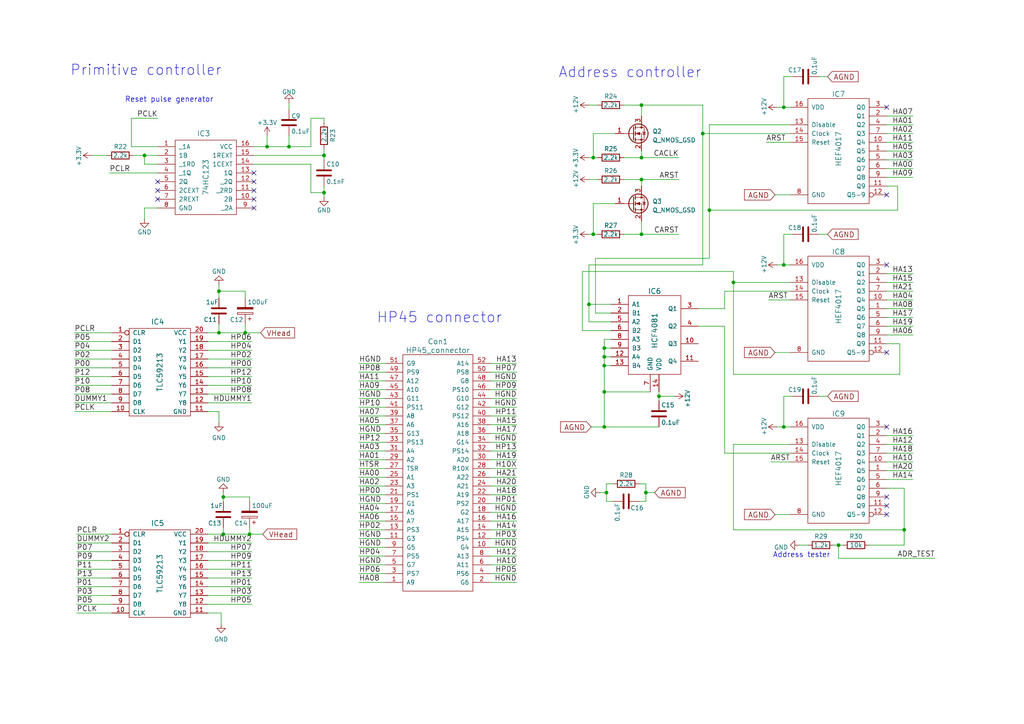
<source format=kicad_sch>
(kicad_sch (version 20230121) (generator eeschema)
  (paper "A4")
  (title_block (date "2023-05-11"))
  (lib_symbols
    (symbol "Device:C" (pin_numbers hide) (pin_names (offset 0.254))
      (property "Reference" "C" (at 0.635 2.54 0))
      (property "Value" "C" (at 0.635 -2.54 0))
      (symbol "C_0_1"
        (polyline (pts (xy -2.032 -0.762) (xy 2.032 -0.762)) (stroke (width 0.508)))
        (polyline (pts (xy -2.032 0.762) (xy 2.032 0.762)) (stroke (width 0.508)))
      )
      (symbol "C_1_1"
        (pin passive line (at 0 3.81 270) (length 2.794) (name "~") (number "1"))
        (pin passive line (at 0 -3.81 90) (length 2.794) (name "~") (number "2"))
      )
    )
    (symbol "Device:C_Polarized" (pin_numbers hide) (pin_names (offset 0.254))
      (property "Reference" "C" (at 0.635 2.54 0))
      (property "Value" "C_Polarized" (at 0.635 -2.54 0))
      (symbol "C_Polarized_0_1"
        (rectangle (start -2.286 0.508) (end 2.286 1.016))
        (polyline (pts (xy -1.778 2.286) (xy -0.762 2.286)))
        (polyline (pts (xy -1.27 2.794) (xy -1.27 1.778)))
        (rectangle (start 2.286 -0.508) (end -2.286 -1.016) (fill (type outline)))
      )
      (symbol "C_Polarized_1_1"
        (pin passive line (at 0 3.81 270) (length 2.794) (name "~") (number "1"))
        (pin passive line (at 0 -3.81 90) (length 2.794) (name "~") (number "2"))
      )
    )
    (symbol "Device:Q_NMOS_GSD" (pin_names (offset 0) hide)
      (property "Reference" "Q" (at 5.08 1.27 0))
      (property "Value" "Q_NMOS_GSD" (at 5.08 -1.27 0))
      (symbol "Q_NMOS_GSD_0_1"
        (polyline (pts (xy 0.254 0) (xy -2.54 0)))
        (polyline (pts (xy 0.254 1.905) (xy 0.254 -1.905)) (stroke (width 0.254)))
        (polyline (pts (xy 0.762 -1.27) (xy 0.762 -2.286)) (stroke (width 0.254)))
        (polyline (pts (xy 0.762 0.508) (xy 0.762 -0.508)) (stroke (width 0.254)))
        (polyline (pts (xy 0.762 2.286) (xy 0.762 1.27)) (stroke (width 0.254)))
        (polyline (pts (xy 2.54 2.54) (xy 2.54 1.778)))
        (polyline (pts (xy 2.54 -2.54) (xy 2.54 0) (xy 0.762 0)))
        (polyline (pts (xy 0.762 -1.778) (xy 3.302 -1.778) (xy 3.302 1.778) (xy 0.762 1.778)))
        (polyline (pts (xy 1.016 0) (xy 2.032 0.381) (xy 2.032 -0.381) (xy 1.016 0)) (fill (type outline)))
        (polyline (pts (xy 2.794 0.508) (xy 2.921 0.381) (xy 3.683 0.381) (xy 3.81 0.254)))
        (polyline (pts (xy 3.302 0.381) (xy 2.921 -0.254) (xy 3.683 -0.254) (xy 3.302 0.381)))
        (circle (center 1.651 0) (radius 2.794) (stroke (width 0.254)))
        (circle (center 2.54 -1.778) (radius 0.254) (fill (type outline)))
        (circle (center 2.54 1.778) (radius 0.254) (fill (type outline)))
      )
      (symbol "Q_NMOS_GSD_1_1"
        (pin input line (at -5.08 0 0) (length 2.54) (name "G") (number "1"))
        (pin passive line (at 2.54 -5.08 90) (length 2.54) (name "S") (number "2"))
        (pin passive line (at 2.54 5.08 270) (length 2.54) (name "D") (number "3"))
      )
    )
    (symbol "Device:R" (pin_numbers hide) (pin_names (offset 0))
      (property "Reference" "R" (at 2.032 0 90))
      (property "Value" "R" (at 0 0 90))
      (symbol "R_0_1"
        (rectangle (start -1.016 -2.54) (end 1.016 2.54) (stroke (width 0.254)))
      )
      (symbol "R_1_1"
        (pin passive line (at 0 3.81 270) (length 1.27) (name "~") (number "1"))
        (pin passive line (at 0 -3.81 90) (length 1.27) (name "~") (number "2"))
      )
    )
    (symbol "HP45 controller parts:74HC123" (pin_names (offset 1.016))
      (property "Reference" "IC" (at 0 12.065 0))
      (property "Value" "74HC123" (at 0 -0.635 90))
      (symbol "74HC123_0_1"
        (rectangle (start -8.89 10.795) (end 8.89 -10.795))
      )
      (symbol "74HC123_1_1"
        (pin input line (at -13.97 8.89 0) (length 5.08) (name "_1A") (number "1"))
        (pin input line (at 13.97 -6.35 180) (length 5.08) (name "2B") (number "10"))
        (pin input line (at 13.97 -3.81 180) (length 5.08) (name "_2RD") (number "11"))
        (pin input line (at 13.97 -1.27 180) (length 5.08) (name "_2Q") (number "12"))
        (pin input line (at 13.97 1.27 180) (length 5.08) (name "1Q") (number "13"))
        (pin input line (at 13.97 3.81 180) (length 5.08) (name "1CEXT") (number "14"))
        (pin input line (at 13.97 6.35 180) (length 5.08) (name "1REXT") (number "15"))
        (pin input line (at 13.97 8.89 180) (length 5.08) (name "VCC") (number "16"))
        (pin input line (at -13.97 6.35 0) (length 5.08) (name "1B") (number "2"))
        (pin input line (at -13.97 3.81 0) (length 5.08) (name "_1RD") (number "3"))
        (pin input line (at -13.97 1.27 0) (length 5.08) (name "_1Q") (number "4"))
        (pin input line (at -13.97 -1.27 0) (length 5.08) (name "2Q") (number "5"))
        (pin input line (at -13.97 -3.81 0) (length 5.08) (name "2CEXT") (number "6"))
        (pin input line (at -13.97 -6.35 0) (length 5.08) (name "2REXT") (number "7"))
        (pin input line (at -13.97 -8.89 0) (length 5.08) (name "GND") (number "8"))
        (pin input line (at 13.97 -8.89 180) (length 5.08) (name "_2A") (number "9"))
      )
    )
    (symbol "HP45 controller parts:HCF4081" (pin_names (offset 1.016))
      (property "Reference" "IC" (at 0 1.27 0))
      (property "Value" "HCF4081" (at 0 -8.89 90))
      (symbol "HCF4081_0_1"
        (rectangle (start -7.62 0) (end 7.62 -22.86))
      )
      (symbol "HCF4081_1_1"
        (pin input line (at -12.7 -2.54 0) (length 5.08) (name "A1") (number "1"))
        (pin input line (at 12.7 -13.97 180) (length 5.08) (name "Q3") (number "10"))
        (pin input line (at 12.7 -19.05 180) (length 5.08) (name "Q4") (number "11"))
        (pin input line (at -12.7 -17.78 0) (length 5.08) (name "A4") (number "12"))
        (pin input line (at -12.7 -20.32 0) (length 5.08) (name "B4") (number "13"))
        (pin input line (at 1.27 -27.94 90) (length 5.08) (name "VDD") (number "14"))
        (pin input line (at -12.7 -5.08 0) (length 5.08) (name "B1") (number "2"))
        (pin input line (at 12.7 -3.81 180) (length 5.08) (name "Q1") (number "3"))
        (pin input line (at 12.7 -8.89 180) (length 5.08) (name "Q2") (number "4"))
        (pin input line (at -12.7 -7.62 0) (length 5.08) (name "A2") (number "5"))
        (pin input line (at -12.7 -10.16 0) (length 5.08) (name "B2") (number "6"))
        (pin input line (at -1.27 -27.94 90) (length 5.08) (name "GND") (number "7"))
        (pin input line (at -12.7 -12.7 0) (length 5.08) (name "A3") (number "8"))
        (pin input line (at -12.7 -15.24 0) (length 5.08) (name "B3") (number "9"))
      )
    )
    (symbol "HP45 controller parts:HEF4017" (pin_names (offset 1.016))
      (property "Reference" "IC" (at 0 2.54 0))
      (property "Value" "HEF4017" (at 0 -16.51 90))
      (symbol "HEF4017_0_1"
        (rectangle (start -8.89 0) (end 8.89 -30.48))
      )
      (symbol "HEF4017_1_1"
        (pin input line (at 13.97 -15.24 180) (length 5.08) (name "Q5") (number "1"))
        (pin input line (at 13.97 -12.7 180) (length 5.08) (name "Q4") (number "10"))
        (pin input line (at 13.97 -25.4 180) (length 5.08) (name "Q9") (number "11"))
        (pin input inverted (at 13.97 -27.94 180) (length 5.08) (name "Q5-9") (number "12"))
        (pin input line (at -13.97 -7.62 0) (length 5.08) (name "Disable") (number "13"))
        (pin input line (at -13.97 -10.16 0) (length 5.08) (name "Clock") (number "14"))
        (pin input line (at -13.97 -12.7 0) (length 5.08) (name "Reset") (number "15"))
        (pin input line (at -13.97 -2.54 0) (length 5.08) (name "VDD") (number "16"))
        (pin input line (at 13.97 -5.08 180) (length 5.08) (name "Q1") (number "2"))
        (pin input line (at 13.97 -2.54 180) (length 5.08) (name "Q0") (number "3"))
        (pin input line (at 13.97 -7.62 180) (length 5.08) (name "Q2") (number "4"))
        (pin input line (at 13.97 -17.78 180) (length 5.08) (name "Q6") (number "5"))
        (pin input line (at 13.97 -20.32 180) (length 5.08) (name "Q7") (number "6"))
        (pin input line (at 13.97 -10.16 180) (length 5.08) (name "Q3") (number "7"))
        (pin input line (at -13.97 -27.94 0) (length 5.08) (name "GND") (number "8"))
        (pin input line (at 13.97 -22.86 180) (length 5.08) (name "Q8") (number "9"))
      )
    )
    (symbol "HP45 controller parts:HP45_connector" (pin_names (offset 1.016))
      (property "Reference" "Con" (at 8.89 2.54 0))
      (property "Value" "HP45_connector" (at -5.08 2.54 0))
      (symbol "HP45_connector_0_1"
        (rectangle (start -10.16 0) (end 10.16 -68.58))
      )
      (symbol "HP45_connector_1_1"
        (pin input line (at -15.24 -66.04 0) (length 5.08) (name "A9") (number "1"))
        (pin input line (at 15.24 -55.88 180) (length 5.08) (name "G4") (number "10"))
        (pin input line (at -15.24 -53.34 0) (length 5.08) (name "G3") (number "11"))
        (pin input line (at 15.24 -53.34 180) (length 5.08) (name "PS4") (number "12"))
        (pin input line (at -15.24 -50.8 0) (length 5.08) (name "PS3") (number "13"))
        (pin input line (at 15.24 -50.8 180) (length 5.08) (name "A15") (number "14"))
        (pin input line (at -15.24 -48.26 0) (length 5.08) (name "A7") (number "15"))
        (pin input line (at 15.24 -48.26 180) (length 5.08) (name "A17") (number "16"))
        (pin input line (at -15.24 -45.72 0) (length 5.08) (name "A5") (number "17"))
        (pin input line (at 15.24 -45.72 180) (length 5.08) (name "G2") (number "18"))
        (pin input line (at -15.24 -43.18 0) (length 5.08) (name "G1") (number "19"))
        (pin input line (at 15.24 -66.04 180) (length 5.08) (name "G6") (number "2"))
        (pin input line (at 15.24 -43.18 180) (length 5.08) (name "PS2") (number "20"))
        (pin input line (at -15.24 -40.64 0) (length 5.08) (name "PS1") (number "21"))
        (pin input line (at 15.24 -40.64 180) (length 5.08) (name "A19") (number "22"))
        (pin input line (at -15.24 -38.1 0) (length 5.08) (name "A3") (number "23"))
        (pin input line (at 15.24 -38.1 180) (length 5.08) (name "A21") (number "24"))
        (pin input line (at -15.24 -35.56 0) (length 5.08) (name "A1") (number "25"))
        (pin input line (at 15.24 -35.56 180) (length 5.08) (name "A22") (number "26"))
        (pin input line (at -15.24 -33.02 0) (length 5.08) (name "TSR") (number "27"))
        (pin input line (at 15.24 -33.02 180) (length 5.08) (name "R10X") (number "28"))
        (pin input line (at -15.24 -30.48 0) (length 5.08) (name "A2") (number "29"))
        (pin input line (at -15.24 -63.5 0) (length 5.08) (name "PS7") (number "3"))
        (pin input line (at 15.24 -30.48 180) (length 5.08) (name "A20") (number "30"))
        (pin input line (at -15.24 -27.94 0) (length 5.08) (name "A4") (number "31"))
        (pin input line (at 15.24 -27.94 180) (length 5.08) (name "PS14") (number "32"))
        (pin input line (at -15.24 -25.4 0) (length 5.08) (name "PS13") (number "33"))
        (pin input line (at 15.24 -25.4 180) (length 5.08) (name "G14") (number "34"))
        (pin input line (at -15.24 -22.86 0) (length 5.08) (name "G13") (number "35"))
        (pin input line (at 15.24 -22.86 180) (length 5.08) (name "A18") (number "36"))
        (pin input line (at -15.24 -20.32 0) (length 5.08) (name "A6") (number "37"))
        (pin input line (at 15.24 -20.32 180) (length 5.08) (name "A16") (number "38"))
        (pin input line (at -15.24 -17.78 0) (length 5.08) (name "A8") (number "39"))
        (pin input line (at 15.24 -63.5 180) (length 5.08) (name "PS6") (number "4"))
        (pin input line (at 15.24 -17.78 180) (length 5.08) (name "PS12") (number "40"))
        (pin input line (at -15.24 -15.24 0) (length 5.08) (name "PS11") (number "41"))
        (pin input line (at 15.24 -15.24 180) (length 5.08) (name "G12") (number "42"))
        (pin input line (at -15.24 -12.7 0) (length 5.08) (name "G11") (number "43"))
        (pin input line (at 15.24 -12.7 180) (length 5.08) (name "G10") (number "44"))
        (pin input line (at -15.24 -10.16 0) (length 5.08) (name "A10") (number "45"))
        (pin input line (at 15.24 -10.16 180) (length 5.08) (name "PS10") (number "46"))
        (pin input line (at -15.24 -7.62 0) (length 5.08) (name "A12") (number "47"))
        (pin input line (at 15.24 -7.62 180) (length 5.08) (name "G8") (number "48"))
        (pin input line (at -15.24 -5.08 0) (length 5.08) (name "PS9") (number "49"))
        (pin input line (at -15.24 -60.96 0) (length 5.08) (name "G7") (number "5"))
        (pin input line (at 15.24 -5.08 180) (length 5.08) (name "PS8") (number "50"))
        (pin input line (at -15.24 -2.54 0) (length 5.08) (name "G9") (number "51"))
        (pin input line (at 15.24 -2.54 180) (length 5.08) (name "A14") (number "52"))
        (pin input line (at 15.24 -60.96 180) (length 5.08) (name "A11") (number "6"))
        (pin input line (at -15.24 -58.42 0) (length 5.08) (name "PS5") (number "7"))
        (pin input line (at 15.24 -58.42 180) (length 5.08) (name "A13") (number "8"))
        (pin input line (at -15.24 -55.88 0) (length 5.08) (name "G5") (number "9"))
      )
    )
    (symbol "HP45 controller parts:TLC59213" (pin_names (offset 1.016))
      (property "Reference" "IC" (at 0 1.27 0))
      (property "Value" "TLC59213" (at 0 -12.7 90))
      (symbol "TLC59213_0_1"
        (rectangle (start -8.89 0) (end 8.89 -25.4))
      )
      (symbol "TLC59213_1_1"
        (pin input inverted (at -13.97 -1.27 0) (length 5.08) (name "CLR") (number "1"))
        (pin input line (at -13.97 -24.13 0) (length 5.08) (name "CLK") (number "10"))
        (pin input line (at 13.97 -24.13 180) (length 5.08) (name "GND") (number "11"))
        (pin input line (at 13.97 -21.59 180) (length 5.08) (name "Y8") (number "12"))
        (pin input line (at 13.97 -19.05 180) (length 5.08) (name "Y7") (number "13"))
        (pin input line (at 13.97 -16.51 180) (length 5.08) (name "Y6") (number "14"))
        (pin input line (at 13.97 -13.97 180) (length 5.08) (name "Y5") (number "15"))
        (pin input line (at 13.97 -11.43 180) (length 5.08) (name "Y4") (number "16"))
        (pin input line (at 13.97 -8.89 180) (length 5.08) (name "Y3") (number "17"))
        (pin input line (at 13.97 -6.35 180) (length 5.08) (name "Y2") (number "18"))
        (pin input line (at 13.97 -3.81 180) (length 5.08) (name "Y1") (number "19"))
        (pin input line (at -13.97 -3.81 0) (length 5.08) (name "D1") (number "2"))
        (pin input line (at 13.97 -1.27 180) (length 5.08) (name "VCC") (number "20"))
        (pin input line (at -13.97 -6.35 0) (length 5.08) (name "D2") (number "3"))
        (pin input line (at -13.97 -8.89 0) (length 5.08) (name "D3") (number "4"))
        (pin input line (at -13.97 -11.43 0) (length 5.08) (name "D4") (number "5"))
        (pin input line (at -13.97 -13.97 0) (length 5.08) (name "D5") (number "6"))
        (pin input line (at -13.97 -16.51 0) (length 5.08) (name "D6") (number "7"))
        (pin input line (at -13.97 -19.05 0) (length 5.08) (name "D7") (number "8"))
        (pin input line (at -13.97 -21.59 0) (length 5.08) (name "D8") (number "9"))
      )
    )
    (symbol "power:+12V" (power) (pin_names (offset 0))
      (property "Value" "+12V" (at 0 3.556 0))
      (symbol "+12V_0_1"
        (polyline (pts (xy -0.762 1.27) (xy 0 2.54)))
        (polyline (pts (xy 0 0) (xy 0 2.54)))
        (polyline (pts (xy 0 2.54) (xy 0.762 1.27)))
      )
      (symbol "+12V_1_1"
        (pin power_in line (at 0 0 90) (length 0) hide (name "+12V") (number "1"))
      )
    )
    (symbol "power:+3.3V" (power) (pin_names (offset 0))
      (property "Value" "+3.3V" (at 0 3.556 0))
      (symbol "+3.3V_0_1"
        (polyline (pts (xy -0.762 1.27) (xy 0 2.54)))
        (polyline (pts (xy 0 0) (xy 0 2.54)))
        (polyline (pts (xy 0 2.54) (xy 0.762 1.27)))
      )
      (symbol "+3.3V_1_1"
        (pin power_in line (at 0 0 90) (length 0) hide (name "+3.3V") (number "1"))
      )
    )
    (symbol "power:GND" (power) (pin_names (offset 0))
      (property "Value" "GND" (at 0 -3.81 0))
      (symbol "GND_0_1"
        (polyline (pts (xy 0 0) (xy 0 -1.27) (xy 1.27 -1.27) (xy 0 -2.54) (xy -1.27 -1.27) (xy 0 -1.27)))
      )
      (symbol "GND_1_1"
        (pin power_in line (at 0 0 270) (length 0) hide (name "GND") (number "1"))
      )
    )
  )
  (junction (at 63.5 84.455))
  (junction (at 186.055 52.07))
  (junction (at 227.33 123.825))
  (junction (at 227.33 76.835))
  (junction (at 191.135 114.935))
  (junction (at 203.835 38.735))
  (junction (at 262.255 153.67))
  (junction (at 172.085 45.72))
  (junction (at 243.205 158.115))
  (junction (at 172.085 67.945))
  (junction (at 205.74 60.96))
  (junction (at 77.47 42.545))
  (junction (at 186.055 30.48))
  (junction (at 175.26 100.965))
  (junction (at 63.5 96.52))
  (junction (at 64.77 144.145))
  (junction (at 175.26 123.825))
  (junction (at 227.33 31.115))
  (junction (at 212.725 81.915))
  (junction (at 64.77 154.94))
  (junction (at 170.815 88.265))
  (junction (at 175.26 103.505))
  (junction (at 186.055 45.72))
  (junction (at 71.12 96.52))
  (junction (at 175.895 142.875))
  (junction (at 93.98 55.88))
  (junction (at 93.98 45.085))
  (junction (at 83.82 42.545))
  (junction (at 41.91 45.085))
  (junction (at 186.055 67.945))
  (junction (at 72.39 154.94))
  (junction (at 175.26 113.665))
  (junction (at 175.26 106.045))
  (junction (at 187.325 142.875))
  (no_connect (at 257.175 76.835))
  (no_connect (at 45.72 55.245))
  (no_connect (at 45.72 52.705))
  (no_connect (at 257.175 102.235))
  (no_connect (at 73.66 57.785))
  (no_connect (at 257.175 149.225))
  (no_connect (at 257.175 144.145))
  (no_connect (at 257.175 31.115))
  (no_connect (at 257.175 56.515))
  (no_connect (at 257.175 146.685))
  (no_connect (at 257.175 123.825))
  (no_connect (at 73.66 55.245))
  (no_connect (at 73.66 52.705))
  (no_connect (at 73.66 50.165))
  (no_connect (at 73.66 60.325))
  (no_connect (at 45.72 57.785))
  (wire (pts (xy 104.14 133.35) (xy 111.76 133.35)))
  (wire (pts (xy 72.39 153.035) (xy 72.39 154.94)))
  (wire (pts (xy 271.145 161.925) (xy 243.205 161.925)))
  (wire (pts (xy 175.26 106.045) (xy 175.26 113.665)))
  (wire (pts (xy 72.39 144.145) (xy 64.77 144.145)))
  (wire (pts (xy 168.91 78.74) (xy 212.725 78.74)))
  (wire (pts (xy 175.26 100.965) (xy 177.165 100.965)))
  (wire (pts (xy 22.225 165.1) (xy 32.385 165.1)))
  (wire (pts (xy 142.24 118.11) (xy 149.86 118.11)))
  (wire (pts (xy 104.14 113.03) (xy 111.76 113.03)))
  (wire (pts (xy 38.735 45.085) (xy 41.91 45.085)))
  (wire (pts (xy 170.815 67.945) (xy 172.085 67.945)))
  (wire (pts (xy 83.82 42.545) (xy 83.82 39.37)))
  (wire (pts (xy 170.815 93.345) (xy 177.165 93.345)))
  (wire (pts (xy 186.055 52.07) (xy 186.055 53.975)))
  (wire (pts (xy 237.49 22.225) (xy 240.03 22.225)))
  (wire (pts (xy 243.205 158.115) (xy 244.475 158.115)))
  (wire (pts (xy 60.325 175.26) (xy 73.025 175.26)))
  (wire (pts (xy 170.815 52.07) (xy 173.355 52.07)))
  (wire (pts (xy 90.17 47.625) (xy 90.17 55.88)))
  (wire (pts (xy 60.325 160.02) (xy 73.025 160.02)))
  (wire (pts (xy 60.325 106.68) (xy 73.025 106.68)))
  (wire (pts (xy 83.82 29.845) (xy 83.82 31.75)))
  (wire (pts (xy 90.17 42.545) (xy 83.82 42.545)))
  (wire (pts (xy 64.77 154.94) (xy 72.39 154.94)))
  (wire (pts (xy 262.255 158.115) (xy 262.255 153.67)))
  (wire (pts (xy 142.24 130.81) (xy 149.86 130.81)))
  (wire (pts (xy 212.725 108.585) (xy 260.985 108.585)))
  (wire (pts (xy 185.42 145.415) (xy 187.325 145.415)))
  (wire (pts (xy 172.085 38.735) (xy 172.085 45.72)))
  (wire (pts (xy 210.185 89.535) (xy 210.185 84.455)))
  (wire (pts (xy 38.1 34.29) (xy 45.72 34.29)))
  (wire (pts (xy 202.565 89.535) (xy 210.185 89.535)))
  (wire (pts (xy 257.175 53.975) (xy 260.35 53.975)))
  (wire (pts (xy 172.72 74.93) (xy 172.72 90.805)))
  (wire (pts (xy 142.24 163.83) (xy 149.86 163.83)))
  (wire (pts (xy 252.095 158.115) (xy 262.255 158.115)))
  (wire (pts (xy 257.175 131.445) (xy 264.795 131.445)))
  (wire (pts (xy 210.185 94.615) (xy 210.185 131.445)))
  (wire (pts (xy 142.24 140.97) (xy 149.86 140.97)))
  (wire (pts (xy 45.72 42.545) (xy 38.1 42.545)))
  (wire (pts (xy 229.235 128.905) (xy 212.725 128.905)))
  (wire (pts (xy 257.175 126.365) (xy 264.795 126.365)))
  (wire (pts (xy 168.91 95.885) (xy 168.91 78.74)))
  (wire (pts (xy 21.59 101.6) (xy 32.385 101.6)))
  (wire (pts (xy 142.24 158.75) (xy 149.86 158.75)))
  (wire (pts (xy 180.975 52.07) (xy 186.055 52.07)))
  (wire (pts (xy 142.24 143.51) (xy 149.86 143.51)))
  (wire (pts (xy 186.055 67.945) (xy 196.85 67.945)))
  (wire (pts (xy 202.565 94.615) (xy 210.185 94.615)))
  (wire (pts (xy 186.055 43.815) (xy 186.055 45.72)))
  (wire (pts (xy 257.175 84.455) (xy 264.795 84.455)))
  (wire (pts (xy 93.98 35.56) (xy 93.98 34.29)))
  (wire (pts (xy 93.98 53.975) (xy 93.98 55.88)))
  (wire (pts (xy 142.24 135.89) (xy 149.86 135.89)))
  (wire (pts (xy 203.835 30.48) (xy 203.835 38.735)))
  (wire (pts (xy 60.325 96.52) (xy 63.5 96.52)))
  (wire (pts (xy 229.235 36.195) (xy 205.74 36.195)))
  (wire (pts (xy 142.24 153.67) (xy 149.86 153.67)))
  (wire (pts (xy 227.33 67.945) (xy 227.33 76.835)))
  (wire (pts (xy 212.725 78.74) (xy 212.725 81.915)))
  (wire (pts (xy 172.085 59.055) (xy 172.085 67.945)))
  (wire (pts (xy 60.325 165.1) (xy 73.025 165.1)))
  (wire (pts (xy 257.175 97.155) (xy 264.795 97.155)))
  (wire (pts (xy 229.235 81.915) (xy 212.725 81.915)))
  (wire (pts (xy 237.49 114.935) (xy 240.03 114.935)))
  (wire (pts (xy 257.175 94.615) (xy 264.795 94.615)))
  (wire (pts (xy 142.24 156.21) (xy 149.86 156.21)))
  (wire (pts (xy 22.225 160.02) (xy 32.385 160.02)))
  (wire (pts (xy 187.325 142.875) (xy 187.325 140.335)))
  (wire (pts (xy 191.135 123.825) (xy 175.26 123.825)))
  (wire (pts (xy 223.52 133.985) (xy 229.235 133.985)))
  (wire (pts (xy 93.98 43.18) (xy 93.98 45.085)))
  (wire (pts (xy 191.135 114.935) (xy 191.135 116.205)))
  (wire (pts (xy 60.325 167.64) (xy 73.025 167.64)))
  (wire (pts (xy 229.87 22.225) (xy 227.33 22.225)))
  (wire (pts (xy 257.175 89.535) (xy 264.795 89.535)))
  (wire (pts (xy 142.24 107.95) (xy 149.86 107.95)))
  (wire (pts (xy 227.33 22.225) (xy 227.33 31.115)))
  (wire (pts (xy 104.14 125.73) (xy 111.76 125.73)))
  (wire (pts (xy 191.135 113.665) (xy 191.135 114.935)))
  (wire (pts (xy 21.59 99.06) (xy 32.385 99.06)))
  (wire (pts (xy 142.24 148.59) (xy 149.86 148.59)))
  (wire (pts (xy 177.165 103.505) (xy 175.26 103.505)))
  (wire (pts (xy 170.815 76.835) (xy 170.815 88.265)))
  (wire (pts (xy 227.33 76.835) (xy 229.235 76.835)))
  (wire (pts (xy 225.425 31.115) (xy 227.33 31.115)))
  (wire (pts (xy 21.59 116.84) (xy 32.385 116.84)))
  (wire (pts (xy 64.135 180.975) (xy 64.135 177.8)))
  (wire (pts (xy 205.74 60.96) (xy 260.35 60.96)))
  (wire (pts (xy 170.815 45.72) (xy 172.085 45.72)))
  (wire (pts (xy 257.175 79.375) (xy 264.795 79.375)))
  (wire (pts (xy 104.14 163.83) (xy 111.76 163.83)))
  (wire (pts (xy 229.87 67.945) (xy 227.33 67.945)))
  (wire (pts (xy 224.79 56.515) (xy 229.235 56.515)))
  (wire (pts (xy 22.225 175.26) (xy 32.385 175.26)))
  (wire (pts (xy 22.225 162.56) (xy 32.385 162.56)))
  (wire (pts (xy 60.325 99.06) (xy 73.025 99.06)))
  (wire (pts (xy 175.26 113.665) (xy 188.595 113.665)))
  (wire (pts (xy 60.325 172.72) (xy 73.025 172.72)))
  (wire (pts (xy 229.87 114.935) (xy 227.33 114.935)))
  (wire (pts (xy 142.24 133.35) (xy 149.86 133.35)))
  (wire (pts (xy 186.055 64.135) (xy 186.055 67.945)))
  (wire (pts (xy 93.98 55.88) (xy 93.98 57.15)))
  (wire (pts (xy 63.5 93.98) (xy 63.5 96.52)))
  (wire (pts (xy 104.14 156.21) (xy 111.76 156.21)))
  (wire (pts (xy 63.5 84.455) (xy 63.5 86.36)))
  (wire (pts (xy 203.835 38.735) (xy 229.235 38.735)))
  (wire (pts (xy 21.59 119.38) (xy 32.385 119.38)))
  (wire (pts (xy 175.26 98.425) (xy 175.26 100.965)))
  (wire (pts (xy 177.165 95.885) (xy 168.91 95.885)))
  (wire (pts (xy 60.325 114.3) (xy 73.025 114.3)))
  (wire (pts (xy 142.24 105.41) (xy 149.86 105.41)))
  (wire (pts (xy 186.055 30.48) (xy 203.835 30.48)))
  (wire (pts (xy 257.175 86.995) (xy 264.795 86.995)))
  (wire (pts (xy 142.24 168.91) (xy 149.86 168.91)))
  (wire (pts (xy 104.14 120.65) (xy 111.76 120.65)))
  (wire (pts (xy 212.725 153.67) (xy 262.255 153.67)))
  (wire (pts (xy 60.325 170.18) (xy 73.025 170.18)))
  (wire (pts (xy 142.24 128.27) (xy 149.86 128.27)))
  (wire (pts (xy 170.815 88.265) (xy 170.815 93.345)))
  (wire (pts (xy 142.24 138.43) (xy 149.86 138.43)))
  (wire (pts (xy 171.45 123.825) (xy 175.26 123.825)))
  (wire (pts (xy 93.98 45.085) (xy 93.98 46.355)))
  (wire (pts (xy 175.26 106.045) (xy 177.165 106.045)))
  (wire (pts (xy 104.14 140.97) (xy 111.76 140.97)))
  (wire (pts (xy 21.59 104.14) (xy 32.385 104.14)))
  (wire (pts (xy 93.98 34.29) (xy 90.17 34.29)))
  (wire (pts (xy 71.12 84.455) (xy 63.5 84.455)))
  (wire (pts (xy 41.91 47.625) (xy 41.91 45.085)))
  (wire (pts (xy 187.325 140.335) (xy 185.42 140.335)))
  (wire (pts (xy 104.14 130.81) (xy 111.76 130.81)))
  (wire (pts (xy 142.24 115.57) (xy 149.86 115.57)))
  (wire (pts (xy 64.77 153.035) (xy 64.77 154.94)))
  (wire (pts (xy 180.975 67.945) (xy 186.055 67.945)))
  (wire (pts (xy 260.985 99.695) (xy 257.175 99.695)))
  (wire (pts (xy 225.425 123.825) (xy 227.33 123.825)))
  (wire (pts (xy 60.325 154.94) (xy 64.77 154.94)))
  (wire (pts (xy 172.085 45.72) (xy 173.355 45.72)))
  (wire (pts (xy 257.175 41.275) (xy 264.795 41.275)))
  (wire (pts (xy 172.72 90.805) (xy 177.165 90.805)))
  (wire (pts (xy 175.26 103.505) (xy 175.26 106.045)))
  (wire (pts (xy 64.135 177.8) (xy 60.325 177.8)))
  (wire (pts (xy 104.14 146.05) (xy 111.76 146.05)))
  (wire (pts (xy 178.435 38.735) (xy 172.085 38.735)))
  (wire (pts (xy 257.175 51.435) (xy 264.795 51.435)))
  (wire (pts (xy 104.14 148.59) (xy 111.76 148.59)))
  (wire (pts (xy 104.14 128.27) (xy 111.76 128.27)))
  (wire (pts (xy 180.975 45.72) (xy 186.055 45.72)))
  (wire (pts (xy 203.835 76.835) (xy 170.815 76.835)))
  (wire (pts (xy 22.225 167.64) (xy 32.385 167.64)))
  (wire (pts (xy 257.175 48.895) (xy 264.795 48.895)))
  (wire (pts (xy 142.24 151.13) (xy 149.86 151.13)))
  (wire (pts (xy 175.895 140.335) (xy 177.8 140.335)))
  (wire (pts (xy 104.14 158.75) (xy 111.76 158.75)))
  (wire (pts (xy 212.725 128.905) (xy 212.725 153.67)))
  (wire (pts (xy 142.24 113.03) (xy 149.86 113.03)))
  (wire (pts (xy 222.885 86.995) (xy 229.235 86.995)))
  (wire (pts (xy 60.325 116.84) (xy 73.025 116.84)))
  (wire (pts (xy 71.12 96.52) (xy 75.565 96.52)))
  (wire (pts (xy 262.255 153.67) (xy 262.255 141.605)))
  (wire (pts (xy 104.14 118.11) (xy 111.76 118.11)))
  (wire (pts (xy 60.325 119.38) (xy 63.5 119.38)))
  (wire (pts (xy 104.14 105.41) (xy 111.76 105.41)))
  (wire (pts (xy 72.39 145.415) (xy 72.39 144.145)))
  (wire (pts (xy 243.205 161.925) (xy 243.205 158.115)))
  (wire (pts (xy 241.935 158.115) (xy 243.205 158.115)))
  (wire (pts (xy 142.24 161.29) (xy 149.86 161.29)))
  (wire (pts (xy 60.325 157.48) (xy 73.025 157.48)))
  (wire (pts (xy 104.14 168.91) (xy 111.76 168.91)))
  (wire (pts (xy 257.175 139.065) (xy 264.795 139.065)))
  (wire (pts (xy 191.135 114.935) (xy 195.58 114.935)))
  (wire (pts (xy 104.14 123.19) (xy 111.76 123.19)))
  (wire (pts (xy 22.225 170.18) (xy 32.385 170.18)))
  (wire (pts (xy 186.055 52.07) (xy 196.85 52.07)))
  (wire (pts (xy 205.74 36.195) (xy 205.74 60.96)))
  (wire (pts (xy 21.59 109.22) (xy 32.385 109.22)))
  (wire (pts (xy 60.325 109.22) (xy 73.025 109.22)))
  (wire (pts (xy 90.17 55.88) (xy 93.98 55.88)))
  (wire (pts (xy 71.12 93.98) (xy 71.12 96.52)))
  (wire (pts (xy 22.225 172.72) (xy 32.385 172.72)))
  (wire (pts (xy 177.8 145.415) (xy 175.895 145.415)))
  (wire (pts (xy 41.91 60.325) (xy 41.91 63.5)))
  (wire (pts (xy 64.77 144.145) (xy 64.77 145.415)))
  (wire (pts (xy 257.175 81.915) (xy 264.795 81.915)))
  (wire (pts (xy 104.14 143.51) (xy 111.76 143.51)))
  (wire (pts (xy 205.74 74.93) (xy 172.72 74.93)))
  (wire (pts (xy 222.25 41.275) (xy 229.235 41.275)))
  (wire (pts (xy 77.47 42.545) (xy 83.82 42.545)))
  (wire (pts (xy 257.175 46.355) (xy 264.795 46.355)))
  (wire (pts (xy 104.14 151.13) (xy 111.76 151.13)))
  (wire (pts (xy 22.225 154.94) (xy 32.385 154.94)))
  (wire (pts (xy 21.59 111.76) (xy 32.385 111.76)))
  (wire (pts (xy 104.14 153.67) (xy 111.76 153.67)))
  (wire (pts (xy 257.175 43.815) (xy 264.795 43.815)))
  (wire (pts (xy 212.725 81.915) (xy 212.725 108.585)))
  (wire (pts (xy 187.325 142.875) (xy 189.865 142.875)))
  (wire (pts (xy 172.085 67.945) (xy 173.355 67.945)))
  (wire (pts (xy 227.33 31.115) (xy 229.235 31.115)))
  (wire (pts (xy 173.99 142.875) (xy 175.895 142.875)))
  (wire (pts (xy 73.66 42.545) (xy 77.47 42.545)))
  (wire (pts (xy 178.435 59.055) (xy 172.085 59.055)))
  (wire (pts (xy 60.325 111.76) (xy 73.025 111.76)))
  (wire (pts (xy 104.14 115.57) (xy 111.76 115.57)))
  (wire (pts (xy 63.5 119.38) (xy 63.5 122.555)))
  (wire (pts (xy 38.1 42.545) (xy 38.1 34.29)))
  (wire (pts (xy 63.5 82.55) (xy 63.5 84.455)))
  (wire (pts (xy 142.24 146.05) (xy 149.86 146.05)))
  (wire (pts (xy 21.59 106.68) (xy 32.385 106.68)))
  (wire (pts (xy 60.325 162.56) (xy 73.025 162.56)))
  (wire (pts (xy 203.835 38.735) (xy 203.835 76.835)))
  (wire (pts (xy 73.66 45.085) (xy 93.98 45.085)))
  (wire (pts (xy 22.225 177.8) (xy 32.385 177.8)))
  (wire (pts (xy 260.985 108.585) (xy 260.985 99.695)))
  (wire (pts (xy 257.175 92.075) (xy 264.795 92.075)))
  (wire (pts (xy 170.815 88.265) (xy 177.165 88.265)))
  (wire (pts (xy 175.895 142.875) (xy 175.895 140.335)))
  (wire (pts (xy 175.895 145.415) (xy 175.895 142.875)))
  (wire (pts (xy 225.425 76.835) (xy 227.33 76.835)))
  (wire (pts (xy 22.225 157.48) (xy 32.385 157.48)))
  (wire (pts (xy 257.175 133.985) (xy 264.795 133.985)))
  (wire (pts (xy 257.175 33.655) (xy 264.795 33.655)))
  (wire (pts (xy 170.815 30.48) (xy 173.355 30.48)))
  (wire (pts (xy 72.39 154.94) (xy 76.2 154.94)))
  (wire (pts (xy 257.175 128.905) (xy 264.795 128.905)))
  (wire (pts (xy 90.17 34.29) (xy 90.17 42.545)))
  (wire (pts (xy 257.175 38.735) (xy 264.795 38.735)))
  (wire (pts (xy 104.14 110.49) (xy 111.76 110.49)))
  (wire (pts (xy 104.14 107.95) (xy 111.76 107.95)))
  (wire (pts (xy 177.165 98.425) (xy 175.26 98.425)))
  (wire (pts (xy 237.49 67.945) (xy 240.03 67.945)))
  (wire (pts (xy 210.185 131.445) (xy 229.235 131.445)))
  (wire (pts (xy 104.14 138.43) (xy 111.76 138.43)))
  (wire (pts (xy 257.175 136.525) (xy 264.795 136.525)))
  (wire (pts (xy 73.66 47.625) (xy 90.17 47.625)))
  (wire (pts (xy 26.67 45.085) (xy 31.115 45.085)))
  (wire (pts (xy 175.26 123.825) (xy 175.26 113.665)))
  (wire (pts (xy 186.055 45.72) (xy 196.85 45.72)))
  (wire (pts (xy 231.775 158.115) (xy 234.315 158.115)))
  (wire (pts (xy 262.255 141.605) (xy 257.175 141.605)))
  (wire (pts (xy 41.91 45.085) (xy 45.72 45.085)))
  (wire (pts (xy 31.75 50.165) (xy 45.72 50.165)))
  (wire (pts (xy 21.59 96.52) (xy 32.385 96.52)))
  (wire (pts (xy 21.59 114.3) (xy 32.385 114.3)))
  (wire (pts (xy 64.77 142.875) (xy 64.77 144.145)))
  (wire (pts (xy 205.74 60.96) (xy 205.74 74.93)))
  (wire (pts (xy 142.24 125.73) (xy 149.86 125.73)))
  (wire (pts (xy 187.325 145.415) (xy 187.325 142.875)))
  (wire (pts (xy 71.12 86.36) (xy 71.12 84.455)))
  (wire (pts (xy 257.175 36.195) (xy 264.795 36.195)))
  (wire (pts (xy 180.975 30.48) (xy 186.055 30.48)))
  (wire (pts (xy 63.5 96.52) (xy 71.12 96.52)))
  (wire (pts (xy 227.33 114.935) (xy 227.33 123.825)))
  (wire (pts (xy 60.325 101.6) (xy 73.025 101.6)))
  (wire (pts (xy 210.185 84.455) (xy 229.235 84.455)))
  (wire (pts (xy 224.79 102.235) (xy 229.235 102.235)))
  (wire (pts (xy 45.72 60.325) (xy 41.91 60.325)))
  (wire (pts (xy 142.24 120.65) (xy 149.86 120.65)))
  (wire (pts (xy 104.14 135.89) (xy 111.76 135.89)))
  (wire (pts (xy 45.72 47.625) (xy 41.91 47.625)))
  (wire (pts (xy 142.24 110.49) (xy 149.86 110.49)))
  (wire (pts (xy 260.35 53.975) (xy 260.35 60.96)))
  (wire (pts (xy 186.055 30.48) (xy 186.055 33.655)))
  (wire (pts (xy 104.14 161.29) (xy 111.76 161.29)))
  (wire (pts (xy 142.24 166.37) (xy 149.86 166.37)))
  (wire (pts (xy 227.33 123.825) (xy 229.235 123.825)))
  (wire (pts (xy 104.14 166.37) (xy 111.76 166.37)))
  (wire (pts (xy 224.79 149.225) (xy 229.235 149.225)))
  (wire (pts (xy 175.26 100.965) (xy 175.26 103.505)))
  (wire (pts (xy 60.325 104.14) (xy 73.025 104.14)))
  (wire (pts (xy 142.24 123.19) (xy 149.86 123.19)))
  (wire (pts (xy 77.47 39.37) (xy 77.47 42.545)))
  (text "Reset pulse generator" (at 36.195 29.845 0) (effects (font (size 1.524 1.524)) (justify left bottom)))
  (text "HP45 connector" (at 109.22 93.98 0) (effects (font (size 3 3)) (justify left bottom)))
  (text "Primitive controller" (at 20.32 22.225 0) (effects (font (size 3 3)) (justify left bottom)))
  (text "Address controller" (at 161.925 22.86 0) (effects (font (size 3 3)) (justify left bottom)))
  (text "Address tester" (at 224.155 161.925 0) (effects (font (size 1.524 1.524)) (justify left bottom)))
  (label "H10X" (at 149.86 135.89 180) (effects (font (size 1.524 1.524))))
  (label "HA20" (at 264.795 136.525 180) (effects (font (size 1.524 1.524))))
  (label "PCLR" (at 22.225 154.94 0) (effects (font (size 1.524 1.524))))
  (label "HA01" (at 104.14 133.35 0) (effects (font (size 1.524 1.524))))
  (label "ADR_TEST" (at 271.145 161.925 180) (effects (font (size 1.524 1.524))))
  (label "PCLK" (at 45.72 34.29 180) (effects (font (size 1.524 1.524))))
  (label "P04" (at 21.59 101.6 0) (effects (font (size 1.524 1.524))))
  (label "HGND" (at 104.14 156.21 0) (effects (font (size 1.524 1.524))))
  (label "P05" (at 22.225 175.26 0) (effects (font (size 1.524 1.524))))
  (label "HA07" (at 104.14 120.65 0) (effects (font (size 1.524 1.524))))
  (label "PCLR" (at 21.59 96.52 0) (effects (font (size 1.524 1.524))))
  (label "HP06" (at 104.14 166.37 0) (effects (font (size 1.524 1.524))))
  (label "HA16" (at 264.795 126.365 180) (effects (font (size 1.524 1.524))))
  (label "HP10" (at 73.025 111.76 180) (effects (font (size 1.524 1.524))))
  (label "HA18" (at 264.795 131.445 180) (effects (font (size 1.524 1.524))))
  (label "P00" (at 21.59 106.68 0) (effects (font (size 1.524 1.524))))
  (label "HP01" (at 73.025 170.18 180) (effects (font (size 1.524 1.524))))
  (label "HA11" (at 104.14 110.49 0) (effects (font (size 1.524 1.524))))
  (label "HGND" (at 149.86 148.59 180) (effects (font (size 1.524 1.524))))
  (label "HP01" (at 149.86 146.05 180) (effects (font (size 1.524 1.524))))
  (label "HA08" (at 264.795 89.535 180) (effects (font (size 1.524 1.524))))
  (label "HA12" (at 264.795 128.905 180) (effects (font (size 1.524 1.524))))
  (label "P03" (at 22.225 172.72 0) (effects (font (size 1.524 1.524))))
  (label "HA06" (at 264.795 97.155 180) (effects (font (size 1.524 1.524))))
  (label "HA00" (at 104.14 138.43 0) (effects (font (size 1.524 1.524))))
  (label "HP09" (at 73.025 162.56 180) (effects (font (size 1.524 1.524))))
  (label "HDUMMY2" (at 73.025 157.48 180) (effects (font (size 1.524 1.524))))
  (label "HP05" (at 149.86 166.37 180) (effects (font (size 1.524 1.524))))
  (label "HA10" (at 264.795 133.985 180) (effects (font (size 1.524 1.524))))
  (label "HGND" (at 149.86 158.75 180) (effects (font (size 1.524 1.524))))
  (label "DUMMY1" (at 21.59 116.84 0) (effects (font (size 1.524 1.524))))
  (label "HA02" (at 264.795 38.735 180) (effects (font (size 1.524 1.524))))
  (label "HP10" (at 104.14 118.11 0) (effects (font (size 1.524 1.524))))
  (label "HP02" (at 73.025 104.14 180) (effects (font (size 1.524 1.524))))
  (label "HA16" (at 149.86 151.13 180) (effects (font (size 1.524 1.524))))
  (label "ARST" (at 222.25 41.275 0) (effects (font (size 1.524 1.524))))
  (label "HA13" (at 149.86 105.41 180) (effects (font (size 1.524 1.524))))
  (label "HA11" (at 264.795 41.275 180) (effects (font (size 1.524 1.524))))
  (label "HA03" (at 104.14 130.81 0) (effects (font (size 1.524 1.524))))
  (label "HA12" (at 149.86 161.29 180) (effects (font (size 1.524 1.524))))
  (label "HDUMMY1" (at 73.025 116.84 180) (effects (font (size 1.524 1.524))))
  (label "HP00" (at 104.14 143.51 0) (effects (font (size 1.524 1.524))))
  (label "PCLK" (at 21.59 119.38 0) (effects (font (size 1.524 1.524))))
  (label "HP09" (at 149.86 113.03 180) (effects (font (size 1.524 1.524))))
  (label "HP07" (at 149.86 107.95 180) (effects (font (size 1.524 1.524))))
  (label "HP03" (at 149.86 156.21 180) (effects (font (size 1.524 1.524))))
  (label "DUMMY2" (at 22.225 157.48 0) (effects (font (size 1.524 1.524))))
  (label "HA20" (at 149.86 140.97 180) (effects (font (size 1.524 1.524))))
  (label "HA14" (at 149.86 153.67 180) (effects (font (size 1.524 1.524))))
  (label "HA18" (at 149.86 143.51 180) (effects (font (size 1.524 1.524))))
  (label "P01" (at 22.225 170.18 0) (effects (font (size 1.524 1.524))))
  (label "HP00" (at 73.025 106.68 180) (effects (font (size 1.524 1.524))))
  (label "HA21" (at 264.795 84.455 180) (effects (font (size 1.524 1.524))))
  (label "HP04" (at 104.14 161.29 0) (effects (font (size 1.524 1.524))))
  (label "HA05" (at 104.14 123.19 0) (effects (font (size 1.524 1.524))))
  (label "HA09" (at 264.795 51.435 180) (effects (font (size 1.524 1.524))))
  (label "P02" (at 21.59 104.14 0) (effects (font (size 1.524 1.524))))
  (label "HGND" (at 149.86 118.11 180) (effects (font (size 1.524 1.524))))
  (label "HGND" (at 104.14 146.05 0) (effects (font (size 1.524 1.524))))
  (label "HA07" (at 264.795 33.655 180) (effects (font (size 1.524 1.524))))
  (label "HA04" (at 104.14 148.59 0) (effects (font (size 1.524 1.524))))
  (label "HA04" (at 264.795 86.995 180) (effects (font (size 1.524 1.524))))
  (label "HGND" (at 104.14 105.41 0) (effects (font (size 1.524 1.524))))
  (label "ARST" (at 196.85 52.07 180) (effects (font (size 1.524 1.524))))
  (label "CACLK" (at 196.85 45.72 180) (effects (font (size 1.524 1.524))))
  (label "ARST" (at 223.52 133.985 0) (effects (font (size 1.524 1.524))))
  (label "HP03" (at 73.025 172.72 180) (effects (font (size 1.524 1.524))))
  (label "HA00" (at 264.795 48.895 180) (effects (font (size 1.524 1.524))))
  (label "HA21" (at 149.86 138.43 180) (effects (font (size 1.524 1.524))))
  (label "HA10" (at 149.86 163.83 180) (effects (font (size 1.524 1.524))))
  (label "HP12" (at 104.14 128.27 0) (effects (font (size 1.524 1.524))))
  (label "HA06" (at 104.14 151.13 0) (effects (font (size 1.524 1.524))))
  (label "HA15" (at 264.795 81.915 180) (effects (font (size 1.524 1.524))))
  (label "HP02" (at 104.14 153.67 0) (effects (font (size 1.524 1.524))))
  (label "HP05" (at 73.025 175.26 180) (effects (font (size 1.524 1.524))))
  (label "HP12" (at 73.025 109.22 180) (effects (font (size 1.524 1.524))))
  (label "HA09" (at 104.14 113.03 0) (effects (font (size 1.524 1.524))))
  (label "HA17" (at 264.795 92.075 180) (effects (font (size 1.524 1.524))))
  (label "HP11" (at 73.025 165.1 180) (effects (font (size 1.524 1.524))))
  (label "HA05" (at 264.795 43.815 180) (effects (font (size 1.524 1.524))))
  (label "HA08" (at 104.14 168.91 0) (effects (font (size 1.524 1.524))))
  (label "HGND" (at 149.86 110.49 180) (effects (font (size 1.524 1.524))))
  (label "P13" (at 22.225 167.64 0) (effects (font (size 1.524 1.524))))
  (label "PCLR" (at 31.75 50.165 0) (effects (font (size 1.524 1.524))))
  (label "P07" (at 22.225 160.02 0) (effects (font (size 1.524 1.524))))
  (label "PCLK" (at 22.225 177.8 0) (effects (font (size 1.524 1.524))))
  (label "HA19" (at 264.795 94.615 180) (effects (font (size 1.524 1.524))))
  (label "P09" (at 22.225 162.56 0) (effects (font (size 1.524 1.524))))
  (label "HA13" (at 264.795 79.375 180) (effects (font (size 1.524 1.524))))
  (label "CARST" (at 196.85 67.945 180) (effects (font (size 1.524 1.524))))
  (label "HP04" (at 73.025 101.6 180) (effects (font (size 1.524 1.524))))
  (label "HA01" (at 264.795 36.195 180) (effects (font (size 1.524 1.524))))
  (label "P12" (at 21.59 109.22 0) (effects (font (size 1.524 1.524))))
  (label "HP11" (at 149.86 120.65 180) (effects (font (size 1.524 1.524))))
  (label "HGND" (at 104.14 115.57 0) (effects (font (size 1.524 1.524))))
  (label "HP07" (at 73.025 160.02 180) (effects (font (size 1.524 1.524))))
  (label "HGND" (at 149.86 168.91 180) (effects (font (size 1.524 1.524))))
  (label "HGND" (at 104.14 163.83 0) (effects (font (size 1.524 1.524))))
  (label "HA15" (at 149.86 123.19 180) (effects (font (size 1.524 1.524))))
  (label "HTSR" (at 104.14 135.89 0) (effects (font (size 1.524 1.524))))
  (label "HA02" (at 104.14 140.97 0) (effects (font (size 1.524 1.524))))
  (label "HGND" (at 104.14 125.73 0) (effects (font (size 1.524 1.524))))
  (label "HP13" (at 149.86 130.81 180) (effects (font (size 1.524 1.524))))
  (label "HP13" (at 73.025 167.64 180) (effects (font (size 1.524 1.524))))
  (label "P05" (at 21.59 99.06 0) (effects (font (size 1.524 1.524))))
  (label "HP08" (at 73.025 114.3 180) (effects (font (size 1.524 1.524))))
  (label "HP06" (at 73.025 99.06 180) (effects (font (size 1.524 1.524))))
  (label "P11" (at 22.225 165.1 0) (effects (font (size 1.524 1.524))))
  (label "HGND" (at 149.86 115.57 180) (effects (font (size 1.524 1.524))))
  (label "HGND" (at 104.14 158.75 0) (effects (font (size 1.524 1.524))))
  (label "HA17" (at 149.86 125.73 180) (effects (font (size 1.524 1.524))))
  (label "HA03" (at 264.795 46.355 180) (effects (font (size 1.524 1.524))))
  (label "HA19" (at 149.86 133.35 180) (effects (font (size 1.524 1.524))))
  (label "P08" (at 21.59 114.3 0) (effects (font (size 1.524 1.524))))
  (label "HP08" (at 104.14 107.95 0) (effects (font (size 1.524 1.524))))
  (label "HA14" (at 264.795 139.065 180) (effects (font (size 1.524 1.524))))
  (label "ARST" (at 222.885 86.995 0) (effects (font (size 1.524 1.524))))
  (label "HGND" (at 149.86 128.27 180) (effects (font (size 1.524 1.524))))
  (label "P10" (at 21.59 111.76 0) (effects (font (size 1.524 1.524))))
  (global_label "AGND" (shape input) (at 224.79 102.235 180) (effects (font (size 1.524 1.524))) (property "Intersheetrefs" "${INTERSHEET_REFS}" (effects hide)))
  (global_label "AGND" (shape input) (at 189.865 142.875 0) (effects (font (size 1.524 1.524))) (property "Intersheetrefs" "${INTERSHEET_REFS}" (effects hide)))
  (global_label "AGND" (shape input) (at 171.45 123.825 180) (effects (font (size 1.524 1.524))) (property "Intersheetrefs" "${INTERSHEET_REFS}" (effects hide)))
  (global_label "AGND" (shape input) (at 224.79 56.515 180) (effects (font (size 1.524 1.524))) (property "Intersheetrefs" "${INTERSHEET_REFS}" (effects hide)))
  (global_label "VHead" (shape input) (at 76.2 154.94 0) (effects (font (size 1.524 1.524))) (property "Intersheetrefs" "${INTERSHEET_REFS}" (effects hide)))
  (global_label "AGND" (shape input) (at 240.03 22.225 0) (effects (font (size 1.524 1.524))) (property "Intersheetrefs" "${INTERSHEET_REFS}" (effects hide)))
  (global_label "AGND" (shape input) (at 240.03 67.945 0) (effects (font (size 1.524 1.524))) (property "Intersheetrefs" "${INTERSHEET_REFS}" (effects hide)))
  (global_label "VHead" (shape input) (at 75.565 96.52 0) (effects (font (size 1.524 1.524))) (property "Intersheetrefs" "${INTERSHEET_REFS}" (effects hide)))
  (global_label "AGND" (shape input) (at 224.79 149.225 180) (effects (font (size 1.524 1.524))) (property "Intersheetrefs" "${INTERSHEET_REFS}" (effects hide)))
  (global_label "AGND" (shape input) (at 240.03 114.935 0) (effects (font (size 1.524 1.524))) (property "Intersheetrefs" "${INTERSHEET_REFS}" (effects hide)))
  (symbol (lib_id "HP45 controller parts:HCF4081") (at 189.865 85.725 0) (unit 1)
    (property "Reference" "IC6" (at 189.865 84.455 0) (effects (font (size 1.524 1.524))))
    (property "Value" "HCF4081" (at 189.865 95.885 90) (effects (font (size 1.524 1.524))))
  )
  (symbol (lib_id "power:GND") (at 64.77 142.875 180) (unit 1)
    (property "Reference" "#PWR045" (effects hide))
    (property "Value" "GND" (at 64.77 139.065 0))
  )
  (symbol (lib_id "power:GND") (at 63.5 82.55 180) (unit 1)
    (property "Reference" "#PWR043" (effects hide))
    (property "Value" "GND" (at 63.5 78.74 0))
  )
  (symbol (lib_id "Device:C") (at 63.5 90.17 0) (unit 1)
    (property "Reference" "C11" (at 59.055 92.71 0) (effects (justify left)))
    (property "Value" "1uF" (at 59.69 87.63 0) (effects (justify left)))
  )
  (symbol (lib_id "Device:C_Polarized") (at 72.39 149.225 180) (unit 1)
    (property "Reference" "C14" (at 67.945 151.765 0) (effects (justify right)))
    (property "Value" "100uF" (at 73.025 146.685 0) (effects (justify right)))
  )
  (symbol (lib_id "Device:C") (at 233.68 67.945 90) (unit 1)
    (property "Reference" "C18" (at 230.505 66.04 90))
    (property "Value" "0.1uF" (at 236.22 64.77 0))
  )
  (symbol (lib_id "power:+12V") (at 225.425 31.115 90) (unit 1)
    (property "Reference" "#PWR053" (effects hide))
    (property "Value" "+12V" (at 221.615 33.655 0) (effects (justify left)))
  )
  (symbol (lib_id "power:+3.3V") (at 77.47 39.37 0) (unit 1)
    (property "Reference" "#PWR040" (effects hide))
    (property "Value" "+3.3V" (at 77.47 35.56 0))
  )
  (symbol (lib_id "Device:C") (at 233.68 114.935 90) (unit 1)
    (property "Reference" "C19" (at 230.505 113.03 90))
    (property "Value" "0.1uF" (at 236.22 111.76 0))
  )
  (symbol (lib_id "power:GND") (at 63.5 122.555 0) (unit 1)
    (property "Reference" "#PWR044" (effects hide))
    (property "Value" "GND" (at 63.5 127 0))
  )
  (symbol (lib_id "power:+12V") (at 170.815 30.48 90) (unit 1)
    (property "Reference" "#PWR047" (effects hide))
    (property "Value" "+12V" (at 167.005 33.02 0) (effects (justify left)))
  )
  (symbol (lib_id "Device:C") (at 181.61 145.415 270) (unit 1)
    (property "Reference" "C16" (at 184.785 147.32 90))
    (property "Value" "0.1uF" (at 179.07 148.59 0))
  )
  (symbol (lib_id "power:+12V") (at 225.425 123.825 90) (unit 1)
    (property "Reference" "#PWR055" (effects hide))
    (property "Value" "+12V" (at 221.615 126.365 0) (effects (justify left)))
  )
  (symbol (lib_id "Device:C") (at 64.77 149.225 0) (unit 1)
    (property "Reference" "C13" (at 60.325 151.765 0) (effects (justify left)))
    (property "Value" "1uF" (at 60.96 146.685 0) (effects (justify left)))
  )
  (symbol (lib_id "Device:R") (at 93.98 39.37 0) (unit 1)
    (property "Reference" "R23" (at 96.52 41.275 90) (effects (justify left)))
    (property "Value" "2.2k" (at 93.98 41.275 90) (effects (justify left)))
  )
  (symbol (lib_id "power:+12V") (at 225.425 76.835 90) (unit 1)
    (property "Reference" "#PWR054" (effects hide))
    (property "Value" "+12V" (at 221.615 79.375 0) (effects (justify left)))
  )
  (symbol (lib_id "Device:C") (at 191.135 120.015 0) (unit 1)
    (property "Reference" "C15" (at 191.77 117.475 0) (effects (justify left)))
    (property "Value" "0.1uF" (at 191.77 122.555 0) (effects (justify left)))
  )
  (symbol (lib_id "HP45 controller parts:74HC123") (at 59.69 51.435 0) (unit 1)
    (property "Reference" "IC3" (at 59.055 38.735 0) (effects (font (size 1.524 1.524))))
    (property "Value" "74HC123" (at 59.69 51.435 90) (effects (font (size 1.524 1.524))))
  )
  (symbol (lib_id "power:+12V") (at 195.58 114.935 270) (unit 1)
    (property "Reference" "#PWR051" (effects hide))
    (property "Value" "+12V" (at 199.39 113.03 0) (effects (justify left)))
  )
  (symbol (lib_id "power:+3.3V") (at 170.815 45.72 90) (unit 1)
    (property "Reference" "#PWR050" (effects hide))
    (property "Value" "+3.3V" (at 167.005 48.895 0) (effects (justify left)))
  )
  (symbol (lib_id "Device:R") (at 177.165 45.72 90) (unit 1)
    (property "Reference" "R25" (at 177.165 43.18 90))
    (property "Value" "2.2k" (at 177.165 45.72 90))
  )
  (symbol (lib_id "HP45 controller parts:HP45_connector") (at 127 102.87 0) (unit 1)
    (property "Reference" "Con1" (at 127 99.06 0) (effects (font (size 1.524 1.524))))
    (property "Value" "HP45_connector" (at 127 101.6 0) (effects (font (size 1.524 1.524))))
  )
  (symbol (lib_id "Device:R") (at 248.285 158.115 90) (unit 1)
    (property "Reference" "R30" (at 248.285 155.575 90))
    (property "Value" "10k" (at 248.285 158.115 90))
  )
  (symbol (lib_id "power:GND") (at 231.775 158.115 270) (unit 1)
    (property "Reference" "#PWR056" (effects hide))
    (property "Value" "GND" (at 228.6 158.75 90) (effects (justify right)))
  )
  (symbol (lib_id "power:GND") (at 93.98 57.15 0) (unit 1)
    (property "Reference" "#PWR042" (effects hide))
    (property "Value" "GND" (at 93.98 60.96 0))
  )
  (symbol (lib_id "Device:C_Polarized") (at 71.12 90.17 180) (unit 1)
    (property "Reference" "C12" (at 66.675 92.71 0) (effects (justify right)))
    (property "Value" "100uF" (at 71.755 87.63 0) (effects (justify right)))
  )
  (symbol (lib_id "power:GND") (at 41.91 63.5 0) (unit 1)
    (property "Reference" "#PWR039" (effects hide))
    (property "Value" "GND" (at 41.91 67.31 0))
  )
  (symbol (lib_id "Device:Q_NMOS_GSD") (at 183.515 38.735 0) (unit 1)
    (property "Reference" "Q2" (at 189.23 38.1 0) (effects (justify left)))
    (property "Value" "Q_NMOS_GSD" (at 189.23 40.64 0) (effects (justify left)))
  )
  (symbol (lib_id "Device:R") (at 177.165 52.07 90) (unit 1)
    (property "Reference" "R26" (at 177.165 49.53 90))
    (property "Value" "2.2k" (at 177.165 52.07 90))
  )
  (symbol (lib_id "power:GND") (at 64.135 180.975 0) (unit 1)
    (property "Reference" "#PWR046" (effects hide))
    (property "Value" "GND" (at 64.135 185.42 0))
  )
  (symbol (lib_id "Device:R") (at 181.61 140.335 90) (unit 1)
    (property "Reference" "R28" (at 181.61 137.795 90))
    (property "Value" "2.2k" (at 181.61 140.335 90))
  )
  (symbol (lib_id "Device:C") (at 93.98 50.165 0) (unit 1)
    (property "Reference" "C10" (at 94.615 47.625 0) (effects (justify left)))
    (property "Value" "0.1nF" (at 94.615 52.705 0) (effects (justify left)))
  )
  (symbol (lib_id "power:+12V") (at 170.815 52.07 90) (unit 1)
    (property "Reference" "#PWR049" (effects hide))
    (property "Value" "+12V" (at 167.005 54.61 0) (effects (justify left)))
  )
  (symbol (lib_id "Device:R") (at 34.925 45.085 90) (unit 1)
    (property "Reference" "R22" (at 34.925 42.545 90))
    (property "Value" "2.2k" (at 34.925 45.085 90))
  )
  (symbol (lib_id "HP45 controller parts:HEF4017") (at 243.205 74.295 0) (unit 1)
    (property "Reference" "IC8" (at 243.205 73.025 0) (effects (font (size 1.524 1.524))))
    (property "Value" "HEF4017" (at 243.205 88.9 90) (effects (font (size 1.524 1.524))))
  )
  (symbol (lib_id "HP45 controller parts:HEF4017") (at 243.205 28.575 0) (unit 1)
    (property "Reference" "IC7" (at 243.205 27.305 0) (effects (font (size 1.524 1.524))))
    (property "Value" "HEF4017" (at 243.205 43.18 90) (effects (font (size 1.524 1.524))))
  )
  (symbol (lib_id "Device:C") (at 83.82 35.56 0) (unit 1)
    (property "Reference" "C9" (at 84.455 33.655 0) (effects (justify left)))
    (property "Value" "0.1uF" (at 84.455 38.1 0) (effects (justify left)))
  )
  (symbol (lib_id "power:+3.3V") (at 26.67 45.085 90) (unit 1)
    (property "Reference" "#PWR038" (effects hide))
    (property "Value" "+3.3V" (at 22.86 48.26 0) (effects (justify left)))
  )
  (symbol (lib_id "power:GND") (at 83.82 29.845 180) (unit 1)
    (property "Reference" "#PWR041" (effects hide))
    (property "Value" "GND" (at 83.82 26.67 0))
  )
  (symbol (lib_id "Device:R") (at 238.125 158.115 90) (unit 1)
    (property "Reference" "R29" (at 238.125 155.575 90))
    (property "Value" "1.2k" (at 238.125 158.115 90))
  )
  (symbol (lib_id "power:GND") (at 173.99 142.875 270) (unit 1)
    (property "Reference" "#PWR052" (effects hide))
    (property "Value" "GND" (at 170.18 144.78 0) (effects (justify right)))
  )
  (symbol (lib_id "Device:Q_NMOS_GSD") (at 183.515 59.055 0) (unit 1)
    (property "Reference" "Q3" (at 189.23 58.42 0) (effects (justify left)))
    (property "Value" "Q_NMOS_GSD" (at 189.23 60.96 0) (effects (justify left)))
  )
  (symbol (lib_id "Device:C") (at 233.68 22.225 90) (unit 1)
    (property "Reference" "C17" (at 230.505 20.32 90))
    (property "Value" "0.1uF" (at 236.22 19.05 0))
  )
  (symbol (lib_id "power:+3.3V") (at 170.815 67.945 90) (unit 1)
    (property "Reference" "#PWR048" (effects hide))
    (property "Value" "+3.3V" (at 167.005 71.12 0) (effects (justify left)))
  )
  (symbol (lib_id "Device:R") (at 177.165 30.48 90) (unit 1)
    (property "Reference" "R24" (at 177.165 27.94 90))
    (property "Value" "2.2k" (at 177.165 30.48 90))
  )
  (symbol (lib_id "HP45 controller parts:HEF4017") (at 243.205 121.285 0) (unit 1)
    (property "Reference" "IC9" (at 243.205 120.015 0) (effects (font (size 1.524 1.524))))
    (property "Value" "HEF4017" (at 243.205 135.89 90) (effects (font (size 1.524 1.524))))
  )
  (symbol (lib_id "HP45 controller parts:TLC59213") (at 46.355 153.67 0) (unit 1)
    (property "Reference" "IC5" (at 45.72 151.765 0) (effects (font (size 1.524 1.524))))
    (property "Value" "TLC59213" (at 46.355 166.37 90) (effects (font (size 1.524 1.524))))
  )
  (symbol (lib_id "HP45 controller parts:TLC59213") (at 46.355 95.25 0) (unit 1)
    (property "Reference" "IC4" (at 45.72 93.345 0) (effects (font (size 1.524 1.524))))
    (property "Value" "TLC59213" (at 46.355 107.95 90) (effects (font (size 1.524 1.524))))
  )
  (symbol (lib_id "Device:R") (at 177.165 67.945 90) (unit 1)
    (property "Reference" "R27" (at 177.165 65.405 90))
    (property "Value" "2.2k" (at 177.165 67.945 90))
  )
)
</source>
